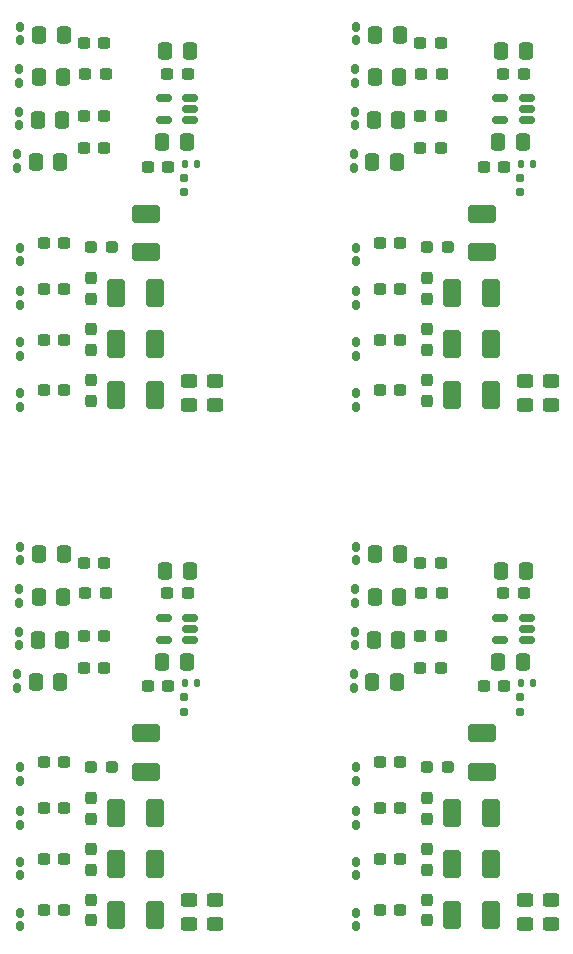
<source format=gbp>
G04 #@! TF.GenerationSoftware,KiCad,Pcbnew,9.0.4*
G04 #@! TF.CreationDate,2025-08-20T18:38:41-04:00*
G04 #@! TF.ProjectId,jlc_pcba,6a6c635f-7063-4626-912e-6b696361645f,rev?*
G04 #@! TF.SameCoordinates,Original*
G04 #@! TF.FileFunction,Paste,Bot*
G04 #@! TF.FilePolarity,Positive*
%FSLAX46Y46*%
G04 Gerber Fmt 4.6, Leading zero omitted, Abs format (unit mm)*
G04 Created by KiCad (PCBNEW 9.0.4) date 2025-08-20 18:38:41*
%MOMM*%
%LPD*%
G01*
G04 APERTURE LIST*
G04 Aperture macros list*
%AMRoundRect*
0 Rectangle with rounded corners*
0 $1 Rounding radius*
0 $2 $3 $4 $5 $6 $7 $8 $9 X,Y pos of 4 corners*
0 Add a 4 corners polygon primitive as box body*
4,1,4,$2,$3,$4,$5,$6,$7,$8,$9,$2,$3,0*
0 Add four circle primitives for the rounded corners*
1,1,$1+$1,$2,$3*
1,1,$1+$1,$4,$5*
1,1,$1+$1,$6,$7*
1,1,$1+$1,$8,$9*
0 Add four rect primitives between the rounded corners*
20,1,$1+$1,$2,$3,$4,$5,0*
20,1,$1+$1,$4,$5,$6,$7,0*
20,1,$1+$1,$6,$7,$8,$9,0*
20,1,$1+$1,$8,$9,$2,$3,0*%
G04 Aperture macros list end*
%ADD10RoundRect,0.237500X-0.300000X-0.237500X0.300000X-0.237500X0.300000X0.237500X-0.300000X0.237500X0*%
%ADD11RoundRect,0.237500X0.300000X0.237500X-0.300000X0.237500X-0.300000X-0.237500X0.300000X-0.237500X0*%
%ADD12RoundRect,0.250000X-0.337500X-0.475000X0.337500X-0.475000X0.337500X0.475000X-0.337500X0.475000X0*%
%ADD13RoundRect,0.160000X-0.160000X0.222500X-0.160000X-0.222500X0.160000X-0.222500X0.160000X0.222500X0*%
%ADD14RoundRect,0.160000X0.160000X-0.222500X0.160000X0.222500X-0.160000X0.222500X-0.160000X-0.222500X0*%
%ADD15RoundRect,0.237500X0.237500X-0.287500X0.237500X0.287500X-0.237500X0.287500X-0.237500X-0.287500X0*%
%ADD16RoundRect,0.250000X0.337500X0.475000X-0.337500X0.475000X-0.337500X-0.475000X0.337500X-0.475000X0*%
%ADD17RoundRect,0.135000X0.135000X0.185000X-0.135000X0.185000X-0.135000X-0.185000X0.135000X-0.185000X0*%
%ADD18RoundRect,0.250000X0.450000X-0.325000X0.450000X0.325000X-0.450000X0.325000X-0.450000X-0.325000X0*%
%ADD19RoundRect,0.250001X0.499999X0.924999X-0.499999X0.924999X-0.499999X-0.924999X0.499999X-0.924999X0*%
%ADD20RoundRect,0.160000X-0.160000X0.197500X-0.160000X-0.197500X0.160000X-0.197500X0.160000X0.197500X0*%
%ADD21RoundRect,0.237500X-0.237500X0.287500X-0.237500X-0.287500X0.237500X-0.287500X0.237500X0.287500X0*%
%ADD22RoundRect,0.250000X-0.450000X0.325000X-0.450000X-0.325000X0.450000X-0.325000X0.450000X0.325000X0*%
%ADD23RoundRect,0.250001X0.924999X-0.499999X0.924999X0.499999X-0.924999X0.499999X-0.924999X-0.499999X0*%
%ADD24RoundRect,0.237500X-0.287500X-0.237500X0.287500X-0.237500X0.287500X0.237500X-0.287500X0.237500X0*%
%ADD25RoundRect,0.150000X0.512500X0.150000X-0.512500X0.150000X-0.512500X-0.150000X0.512500X-0.150000X0*%
G04 APERTURE END LIST*
D10*
G04 #@! TO.C,C129*
X54210582Y-65482883D03*
X55935582Y-65482883D03*
G04 #@! TD*
D11*
G04 #@! TO.C,C123*
X47147500Y-71932500D03*
X45422500Y-71932500D03*
G04 #@! TD*
G04 #@! TO.C,C123*
X18687500Y-71932500D03*
X16962500Y-71932500D03*
G04 #@! TD*
D12*
G04 #@! TO.C,FB110*
X44910000Y-17532500D03*
X46985000Y-17532500D03*
G04 #@! TD*
D11*
G04 #@! TO.C,C117*
X47147500Y-40432500D03*
X45422500Y-40432500D03*
G04 #@! TD*
D13*
G04 #@! TO.C,D109*
X14925000Y-85805000D03*
X14925000Y-84660000D03*
G04 #@! TD*
D10*
G04 #@! TO.C,C126*
X48822500Y-17232500D03*
X50547500Y-17232500D03*
G04 #@! TD*
D11*
G04 #@! TO.C,C121*
X18687500Y-31832500D03*
X16962500Y-31832500D03*
G04 #@! TD*
D13*
G04 #@! TO.C,D111*
X14925000Y-73505000D03*
X14925000Y-72360000D03*
G04 #@! TD*
D14*
G04 #@! TO.C,D114*
X43320000Y-16860000D03*
X43320000Y-18005000D03*
G04 #@! TD*
D15*
G04 #@! TO.C,R111*
X49385000Y-32707500D03*
X49385000Y-30957500D03*
G04 #@! TD*
D16*
G04 #@! TO.C,T\u002AC108*
X57760000Y-55698186D03*
X55685000Y-55698186D03*
G04 #@! TD*
D17*
G04 #@! TO.C,R128*
X29935000Y-21232500D03*
X28915000Y-21232500D03*
G04 #@! TD*
D12*
G04 #@! TO.C,FB108*
X45020000Y-10332500D03*
X47095000Y-10332500D03*
G04 #@! TD*
G04 #@! TO.C,FB111*
X44747500Y-21132500D03*
X46822500Y-21132500D03*
G04 #@! TD*
D18*
G04 #@! TO.C,C131*
X59885000Y-85657500D03*
X59885000Y-83607500D03*
G04 #@! TD*
D14*
G04 #@! TO.C,D115*
X43185000Y-64460000D03*
X43185000Y-65605000D03*
G04 #@! TD*
D19*
G04 #@! TO.C,C110*
X26350000Y-36532500D03*
X23100000Y-36532500D03*
G04 #@! TD*
D13*
G04 #@! TO.C,D108*
X14925000Y-81505000D03*
X14925000Y-80360000D03*
G04 #@! TD*
D12*
G04 #@! TO.C,FB110*
X44910000Y-61532500D03*
X46985000Y-61532500D03*
G04 #@! TD*
D20*
G04 #@! TO.C,SCL109*
X57285000Y-22435000D03*
X57285000Y-23630000D03*
G04 #@! TD*
D10*
G04 #@! TO.C,C129*
X25750582Y-65482883D03*
X27475582Y-65482883D03*
G04 #@! TD*
G04 #@! TO.C,C129*
X54210582Y-21482883D03*
X55935582Y-21482883D03*
G04 #@! TD*
D12*
G04 #@! TO.C,FB109*
X16522500Y-13932500D03*
X18597500Y-13932500D03*
G04 #@! TD*
D21*
G04 #@! TO.C,R109*
X20925000Y-39557500D03*
X20925000Y-41307500D03*
G04 #@! TD*
D12*
G04 #@! TO.C,FB109*
X16522500Y-57932500D03*
X18597500Y-57932500D03*
G04 #@! TD*
G04 #@! TO.C,FB108*
X16560000Y-10332500D03*
X18635000Y-10332500D03*
G04 #@! TD*
D15*
G04 #@! TO.C,R111*
X20925000Y-32707500D03*
X20925000Y-30957500D03*
G04 #@! TD*
D22*
G04 #@! TO.C,C130*
X57685000Y-39607500D03*
X57685000Y-41657500D03*
G04 #@! TD*
D12*
G04 #@! TO.C,T\u002AC110*
X26987500Y-19432500D03*
X29062500Y-19432500D03*
G04 #@! TD*
G04 #@! TO.C,FB109*
X44982500Y-57932500D03*
X47057500Y-57932500D03*
G04 #@! TD*
D14*
G04 #@! TO.C,D112*
X14907500Y-53660000D03*
X14907500Y-54805000D03*
G04 #@! TD*
D13*
G04 #@! TO.C,D109*
X43385000Y-41805000D03*
X43385000Y-40660000D03*
G04 #@! TD*
D19*
G04 #@! TO.C,C120*
X26350000Y-76232500D03*
X23100000Y-76232500D03*
G04 #@! TD*
D21*
G04 #@! TO.C,R109*
X20925000Y-83557500D03*
X20925000Y-85307500D03*
G04 #@! TD*
D23*
G04 #@! TO.C,C122*
X25625000Y-72732499D03*
X25625000Y-69482499D03*
G04 #@! TD*
D12*
G04 #@! TO.C,FB110*
X16450000Y-61532500D03*
X18525000Y-61532500D03*
G04 #@! TD*
G04 #@! TO.C,FB111*
X16287500Y-21132500D03*
X18362500Y-21132500D03*
G04 #@! TD*
D14*
G04 #@! TO.C,D114*
X14860000Y-16860000D03*
X14860000Y-18005000D03*
G04 #@! TD*
D10*
G04 #@! TO.C,C125*
X20462500Y-13632500D03*
X22187500Y-13632500D03*
G04 #@! TD*
D11*
G04 #@! TO.C,C117*
X18687500Y-40432500D03*
X16962500Y-40432500D03*
G04 #@! TD*
D22*
G04 #@! TO.C,C130*
X29225000Y-83607500D03*
X29225000Y-85657500D03*
G04 #@! TD*
D13*
G04 #@! TO.C,D110*
X14925000Y-77205000D03*
X14925000Y-76060000D03*
G04 #@! TD*
D15*
G04 #@! TO.C,R108*
X49385000Y-37007500D03*
X49385000Y-35257500D03*
G04 #@! TD*
D11*
G04 #@! TO.C,C123*
X47147500Y-27932500D03*
X45422500Y-27932500D03*
G04 #@! TD*
D13*
G04 #@! TO.C,D108*
X43385000Y-37505000D03*
X43385000Y-36360000D03*
G04 #@! TD*
D12*
G04 #@! TO.C,FB108*
X45020000Y-54332500D03*
X47095000Y-54332500D03*
G04 #@! TD*
D24*
G04 #@! TO.C,R116*
X20950000Y-28332500D03*
X22700000Y-28332500D03*
G04 #@! TD*
D10*
G04 #@! TO.C,C126*
X20362500Y-61232500D03*
X22087500Y-61232500D03*
G04 #@! TD*
G04 #@! TO.C,C125*
X20462500Y-57632500D03*
X22187500Y-57632500D03*
G04 #@! TD*
D12*
G04 #@! TO.C,FB108*
X16560000Y-54332500D03*
X18635000Y-54332500D03*
G04 #@! TD*
D23*
G04 #@! TO.C,C122*
X25625000Y-28732499D03*
X25625000Y-25482499D03*
G04 #@! TD*
D11*
G04 #@! TO.C,C113*
X18687500Y-80132500D03*
X16962500Y-80132500D03*
G04 #@! TD*
D19*
G04 #@! TO.C,C110*
X54810000Y-36532500D03*
X51560000Y-36532500D03*
G04 #@! TD*
D13*
G04 #@! TO.C,D110*
X43385000Y-77205000D03*
X43385000Y-76060000D03*
G04 #@! TD*
D19*
G04 #@! TO.C,C114*
X54810000Y-40832500D03*
X51560000Y-40832500D03*
G04 #@! TD*
D13*
G04 #@! TO.C,D111*
X43385000Y-73505000D03*
X43385000Y-72360000D03*
G04 #@! TD*
D18*
G04 #@! TO.C,C131*
X31425000Y-85657500D03*
X31425000Y-83607500D03*
G04 #@! TD*
D11*
G04 #@! TO.C,C123*
X18687500Y-27932500D03*
X16962500Y-27932500D03*
G04 #@! TD*
D15*
G04 #@! TO.C,R108*
X49385000Y-81007500D03*
X49385000Y-79257500D03*
G04 #@! TD*
D13*
G04 #@! TO.C,D110*
X43385000Y-33205000D03*
X43385000Y-32060000D03*
G04 #@! TD*
D15*
G04 #@! TO.C,R108*
X20925000Y-37007500D03*
X20925000Y-35257500D03*
G04 #@! TD*
D19*
G04 #@! TO.C,C120*
X54810000Y-32232500D03*
X51560000Y-32232500D03*
G04 #@! TD*
D15*
G04 #@! TO.C,R108*
X20925000Y-81007500D03*
X20925000Y-79257500D03*
G04 #@! TD*
D19*
G04 #@! TO.C,C114*
X54810000Y-84832500D03*
X51560000Y-84832500D03*
G04 #@! TD*
D10*
G04 #@! TO.C,C124*
X48822500Y-55032500D03*
X50547500Y-55032500D03*
G04 #@! TD*
D21*
G04 #@! TO.C,R109*
X49385000Y-83557500D03*
X49385000Y-85307500D03*
G04 #@! TD*
D14*
G04 #@! TO.C,D115*
X14725000Y-20460000D03*
X14725000Y-21605000D03*
G04 #@! TD*
G04 #@! TO.C,D113*
X14860000Y-13260000D03*
X14860000Y-14405000D03*
G04 #@! TD*
D19*
G04 #@! TO.C,C120*
X54810000Y-76232500D03*
X51560000Y-76232500D03*
G04 #@! TD*
D24*
G04 #@! TO.C,R116*
X49410000Y-28332500D03*
X51160000Y-28332500D03*
G04 #@! TD*
D25*
G04 #@! TO.C,U109*
X57837500Y-15670686D03*
X57837500Y-16620686D03*
X57837500Y-17570686D03*
X55562500Y-17570686D03*
X55562500Y-15670686D03*
G04 #@! TD*
D12*
G04 #@! TO.C,T\u002AC110*
X55447500Y-19432500D03*
X57522500Y-19432500D03*
G04 #@! TD*
D14*
G04 #@! TO.C,D113*
X43320000Y-13260000D03*
X43320000Y-14405000D03*
G04 #@! TD*
D10*
G04 #@! TO.C,C125*
X48922500Y-13632500D03*
X50647500Y-13632500D03*
G04 #@! TD*
D11*
G04 #@! TO.C,C121*
X47147500Y-75832500D03*
X45422500Y-75832500D03*
G04 #@! TD*
D12*
G04 #@! TO.C,T\u002AC110*
X55447500Y-63432500D03*
X57522500Y-63432500D03*
G04 #@! TD*
D14*
G04 #@! TO.C,D112*
X43367500Y-53660000D03*
X43367500Y-54805000D03*
G04 #@! TD*
D13*
G04 #@! TO.C,D110*
X14925000Y-33205000D03*
X14925000Y-32060000D03*
G04 #@! TD*
G04 #@! TO.C,D111*
X43385000Y-29505000D03*
X43385000Y-28360000D03*
G04 #@! TD*
G04 #@! TO.C,D108*
X43385000Y-81505000D03*
X43385000Y-80360000D03*
G04 #@! TD*
D14*
G04 #@! TO.C,D114*
X14860000Y-60860000D03*
X14860000Y-62005000D03*
G04 #@! TD*
D16*
G04 #@! TO.C,T\u002AC108*
X57760000Y-11698186D03*
X55685000Y-11698186D03*
G04 #@! TD*
D21*
G04 #@! TO.C,R109*
X49385000Y-39557500D03*
X49385000Y-41307500D03*
G04 #@! TD*
D14*
G04 #@! TO.C,D112*
X43367500Y-9660000D03*
X43367500Y-10805000D03*
G04 #@! TD*
D19*
G04 #@! TO.C,C110*
X54810000Y-80532500D03*
X51560000Y-80532500D03*
G04 #@! TD*
G04 #@! TO.C,C110*
X26350000Y-80532500D03*
X23100000Y-80532500D03*
G04 #@! TD*
D25*
G04 #@! TO.C,U109*
X29377500Y-59670686D03*
X29377500Y-60620686D03*
X29377500Y-61570686D03*
X27102500Y-61570686D03*
X27102500Y-59670686D03*
G04 #@! TD*
D23*
G04 #@! TO.C,C122*
X54085000Y-28732499D03*
X54085000Y-25482499D03*
G04 #@! TD*
D19*
G04 #@! TO.C,C120*
X26350000Y-32232500D03*
X23100000Y-32232500D03*
G04 #@! TD*
D11*
G04 #@! TO.C,C117*
X47147500Y-84432500D03*
X45422500Y-84432500D03*
G04 #@! TD*
D17*
G04 #@! TO.C,R128*
X58395000Y-65232500D03*
X57375000Y-65232500D03*
G04 #@! TD*
D11*
G04 #@! TO.C,T\u002AC109*
X29125000Y-13632500D03*
X27400000Y-13632500D03*
G04 #@! TD*
D19*
G04 #@! TO.C,C114*
X26350000Y-84832500D03*
X23100000Y-84832500D03*
G04 #@! TD*
D14*
G04 #@! TO.C,D113*
X14860000Y-57260000D03*
X14860000Y-58405000D03*
G04 #@! TD*
D11*
G04 #@! TO.C,C113*
X47147500Y-80132500D03*
X45422500Y-80132500D03*
G04 #@! TD*
D10*
G04 #@! TO.C,C127*
X48822500Y-19932500D03*
X50547500Y-19932500D03*
G04 #@! TD*
D18*
G04 #@! TO.C,C131*
X31425000Y-41657500D03*
X31425000Y-39607500D03*
G04 #@! TD*
D12*
G04 #@! TO.C,T\u002AC110*
X26987500Y-63432500D03*
X29062500Y-63432500D03*
G04 #@! TD*
D16*
G04 #@! TO.C,T\u002AC108*
X29300000Y-11698186D03*
X27225000Y-11698186D03*
G04 #@! TD*
D10*
G04 #@! TO.C,C124*
X20362500Y-55032500D03*
X22087500Y-55032500D03*
G04 #@! TD*
D20*
G04 #@! TO.C,SCL109*
X57285000Y-66435000D03*
X57285000Y-67630000D03*
G04 #@! TD*
D10*
G04 #@! TO.C,C125*
X48922500Y-57632500D03*
X50647500Y-57632500D03*
G04 #@! TD*
D11*
G04 #@! TO.C,T\u002AC109*
X57585000Y-13632500D03*
X55860000Y-13632500D03*
G04 #@! TD*
D15*
G04 #@! TO.C,R111*
X49385000Y-76707500D03*
X49385000Y-74957500D03*
G04 #@! TD*
D25*
G04 #@! TO.C,U109*
X57837500Y-59670686D03*
X57837500Y-60620686D03*
X57837500Y-61570686D03*
X55562500Y-61570686D03*
X55562500Y-59670686D03*
G04 #@! TD*
D12*
G04 #@! TO.C,FB110*
X16450000Y-17532500D03*
X18525000Y-17532500D03*
G04 #@! TD*
G04 #@! TO.C,FB111*
X16287500Y-65132500D03*
X18362500Y-65132500D03*
G04 #@! TD*
D14*
G04 #@! TO.C,D115*
X14725000Y-64460000D03*
X14725000Y-65605000D03*
G04 #@! TD*
D12*
G04 #@! TO.C,FB111*
X44747500Y-65132500D03*
X46822500Y-65132500D03*
G04 #@! TD*
D23*
G04 #@! TO.C,C122*
X54085000Y-72732499D03*
X54085000Y-69482499D03*
G04 #@! TD*
D11*
G04 #@! TO.C,C121*
X47147500Y-31832500D03*
X45422500Y-31832500D03*
G04 #@! TD*
D19*
G04 #@! TO.C,C114*
X26350000Y-40832500D03*
X23100000Y-40832500D03*
G04 #@! TD*
D10*
G04 #@! TO.C,C127*
X20362500Y-63932500D03*
X22087500Y-63932500D03*
G04 #@! TD*
G04 #@! TO.C,C127*
X48822500Y-63932500D03*
X50547500Y-63932500D03*
G04 #@! TD*
D11*
G04 #@! TO.C,T\u002AC109*
X57585000Y-57632500D03*
X55860000Y-57632500D03*
G04 #@! TD*
D12*
G04 #@! TO.C,FB109*
X44982500Y-13932500D03*
X47057500Y-13932500D03*
G04 #@! TD*
D16*
G04 #@! TO.C,T\u002AC108*
X29300000Y-55698186D03*
X27225000Y-55698186D03*
G04 #@! TD*
D14*
G04 #@! TO.C,D115*
X43185000Y-20460000D03*
X43185000Y-21605000D03*
G04 #@! TD*
D10*
G04 #@! TO.C,C127*
X20362500Y-19932500D03*
X22087500Y-19932500D03*
G04 #@! TD*
D15*
G04 #@! TO.C,R111*
X20925000Y-76707500D03*
X20925000Y-74957500D03*
G04 #@! TD*
D14*
G04 #@! TO.C,D113*
X43320000Y-57260000D03*
X43320000Y-58405000D03*
G04 #@! TD*
D20*
G04 #@! TO.C,SCL109*
X28825000Y-66435000D03*
X28825000Y-67630000D03*
G04 #@! TD*
D10*
G04 #@! TO.C,C126*
X48822500Y-61232500D03*
X50547500Y-61232500D03*
G04 #@! TD*
D24*
G04 #@! TO.C,R116*
X20950000Y-72332500D03*
X22700000Y-72332500D03*
G04 #@! TD*
D22*
G04 #@! TO.C,C130*
X29225000Y-39607500D03*
X29225000Y-41657500D03*
G04 #@! TD*
G04 #@! TO.C,C130*
X57685000Y-83607500D03*
X57685000Y-85657500D03*
G04 #@! TD*
D10*
G04 #@! TO.C,C124*
X48822500Y-11032500D03*
X50547500Y-11032500D03*
G04 #@! TD*
D17*
G04 #@! TO.C,R128*
X29935000Y-65232500D03*
X28915000Y-65232500D03*
G04 #@! TD*
D24*
G04 #@! TO.C,R116*
X49410000Y-72332500D03*
X51160000Y-72332500D03*
G04 #@! TD*
D18*
G04 #@! TO.C,C131*
X59885000Y-41657500D03*
X59885000Y-39607500D03*
G04 #@! TD*
D11*
G04 #@! TO.C,C113*
X47147500Y-36132500D03*
X45422500Y-36132500D03*
G04 #@! TD*
G04 #@! TO.C,C117*
X18687500Y-84432500D03*
X16962500Y-84432500D03*
G04 #@! TD*
D13*
G04 #@! TO.C,D111*
X14925000Y-29505000D03*
X14925000Y-28360000D03*
G04 #@! TD*
D14*
G04 #@! TO.C,D114*
X43320000Y-60860000D03*
X43320000Y-62005000D03*
G04 #@! TD*
D10*
G04 #@! TO.C,C124*
X20362500Y-11032500D03*
X22087500Y-11032500D03*
G04 #@! TD*
D11*
G04 #@! TO.C,C121*
X18687500Y-75832500D03*
X16962500Y-75832500D03*
G04 #@! TD*
G04 #@! TO.C,T\u002AC109*
X29125000Y-57632500D03*
X27400000Y-57632500D03*
G04 #@! TD*
D13*
G04 #@! TO.C,D109*
X14925000Y-41805000D03*
X14925000Y-40660000D03*
G04 #@! TD*
D11*
G04 #@! TO.C,C113*
X18687500Y-36132500D03*
X16962500Y-36132500D03*
G04 #@! TD*
D13*
G04 #@! TO.C,D109*
X43385000Y-85805000D03*
X43385000Y-84660000D03*
G04 #@! TD*
D10*
G04 #@! TO.C,C126*
X20362500Y-17232500D03*
X22087500Y-17232500D03*
G04 #@! TD*
D25*
G04 #@! TO.C,U109*
X29377500Y-15670686D03*
X29377500Y-16620686D03*
X29377500Y-17570686D03*
X27102500Y-17570686D03*
X27102500Y-15670686D03*
G04 #@! TD*
D13*
G04 #@! TO.C,D108*
X14925000Y-37505000D03*
X14925000Y-36360000D03*
G04 #@! TD*
D20*
G04 #@! TO.C,SCL109*
X28825000Y-22435000D03*
X28825000Y-23630000D03*
G04 #@! TD*
D17*
G04 #@! TO.C,R128*
X58395000Y-21232500D03*
X57375000Y-21232500D03*
G04 #@! TD*
D14*
G04 #@! TO.C,D112*
X14907500Y-9660000D03*
X14907500Y-10805000D03*
G04 #@! TD*
D10*
G04 #@! TO.C,C129*
X25750582Y-21482883D03*
X27475582Y-21482883D03*
G04 #@! TD*
M02*

</source>
